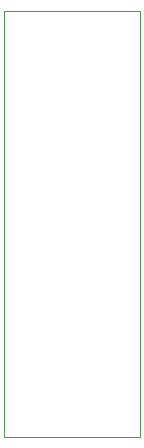
<source format=gbr>
%TF.GenerationSoftware,KiCad,Pcbnew,7.0.9*%
%TF.CreationDate,2024-01-10T19:06:40-08:00*%
%TF.ProjectId,CANswitch,43414e73-7769-4746-9368-2e6b69636164,rev?*%
%TF.SameCoordinates,Original*%
%TF.FileFunction,Profile,NP*%
%FSLAX46Y46*%
G04 Gerber Fmt 4.6, Leading zero omitted, Abs format (unit mm)*
G04 Created by KiCad (PCBNEW 7.0.9) date 2024-01-10 19:06:40*
%MOMM*%
%LPD*%
G01*
G04 APERTURE LIST*
%TA.AperFunction,Profile*%
%ADD10C,0.100000*%
%TD*%
G04 APERTURE END LIST*
D10*
X186131200Y-30302200D02*
X197662800Y-30302200D01*
X197662800Y-66370200D01*
X186131200Y-66370200D01*
X186131200Y-30302200D01*
M02*

</source>
